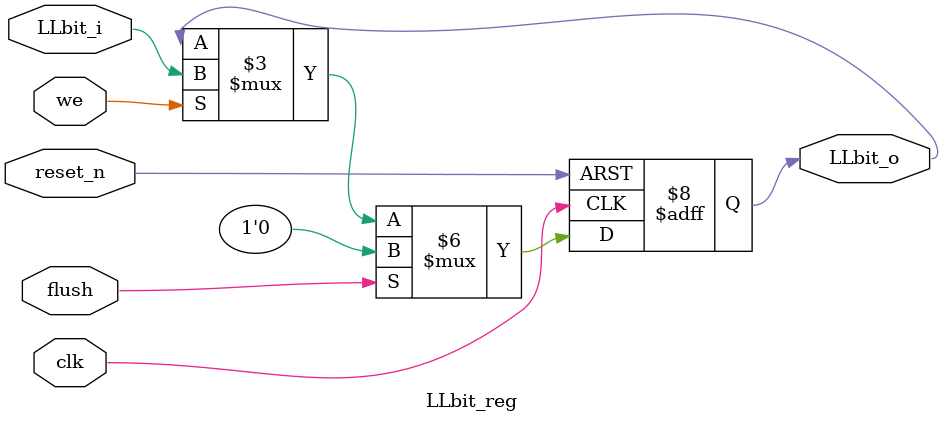
<source format=v>
module LLbit_reg(clk,reset_n,flush,we,LLbit_i,LLbit_o);
input clk;
input reset_n;
input flush;
input we;
input LLbit_i;
output reg LLbit_o;


always @ (posedge clk or negedge reset_n) begin
	if(!reset_n) begin
		LLbit_o <= 1'b0;
	end else if(flush) begin
		LLbit_o <= 1'b0;
	end else if(we)begin
		LLbit_o <= LLbit_i;
	end
end

endmodule

</source>
